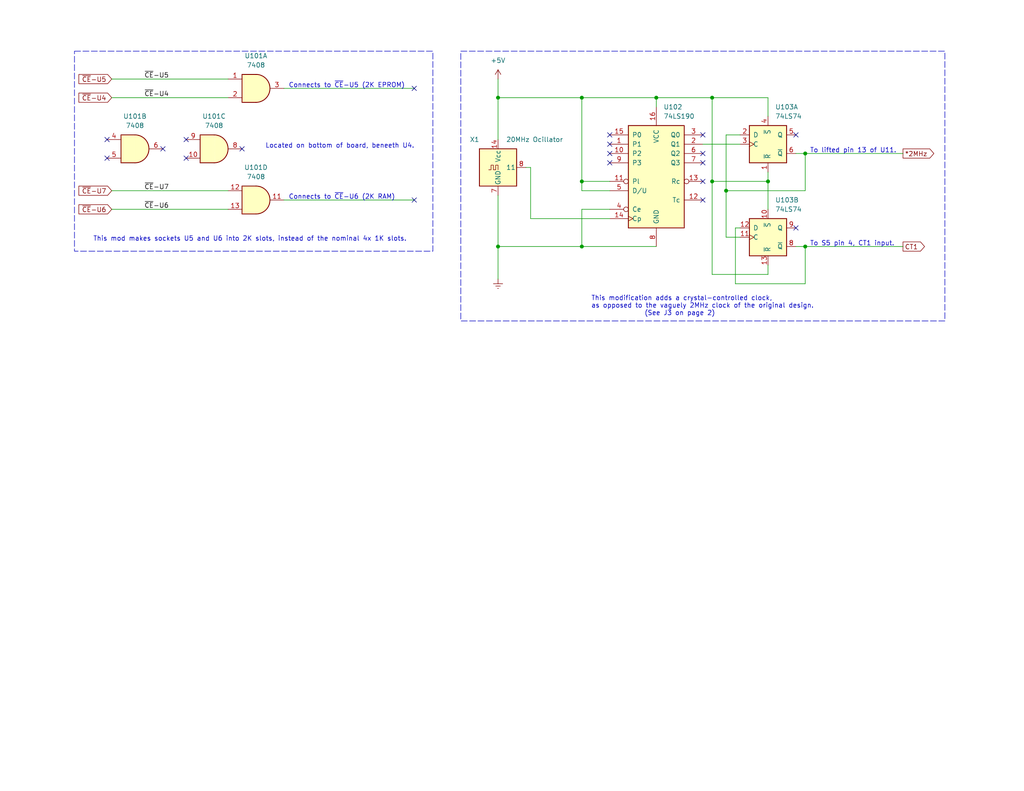
<source format=kicad_sch>
(kicad_sch (version 20230121) (generator eeschema)
  (paper "A")
  (title_block (title "Edu-80 Z80 Trainer") (date "2023-06-05") (rev "0.1") (company "Strangers") (comment 4 "Author: James D. Tucker"))
  (lib_symbols
    (symbol "74xx:74LS190" (pin_names (offset 1.016))
      (property "Reference" "U" (at -7.62 13.97 0))
      (property "Value" "74LS190" (at -7.62 -16.51 0))
      (symbol "74LS190_1_0"
        (pin input line (at -12.7 7.62 0) (length 5.08) (name "P1") (number "1"))
        (pin input line (at -12.7 5.08 0) (length 5.08) (name "P2") (number "10"))
        (pin input inverted (at -12.7 -2.54 0) (length 5.08) (name "Pl") (number "11"))
        (pin output line (at 12.7 -7.62 180) (length 5.08) (name "Tc") (number "12"))
        (pin output inverted (at 12.7 -2.54 180) (length 5.08) (name "Rc") (number "13"))
        (pin input clock (at -12.7 -12.7 0) (length 5.08) (name "Cp") (number "14"))
        (pin input line (at -12.7 10.16 0) (length 5.08) (name "P0") (number "15"))
        (pin power_in line (at 0 17.78 270) (length 5.08) (name "VCC") (number "16"))
        (pin output line (at 12.7 7.62 180) (length 5.08) (name "Q1") (number "2"))
        (pin output line (at 12.7 10.16 180) (length 5.08) (name "Q0") (number "3"))
        (pin input inverted (at -12.7 -10.16 0) (length 5.08) (name "Ce") (number "4"))
        (pin input line (at -12.7 -5.08 0) (length 5.08) (name "D/U") (number "5"))
        (pin output line (at 12.7 5.08 180) (length 5.08) (name "Q2") (number "6"))
        (pin output line (at 12.7 2.54 180) (length 5.08) (name "Q3") (number "7"))
        (pin power_in line (at 0 -20.32 90) (length 5.08) (name "GND") (number "8"))
        (pin input line (at -12.7 2.54 0) (length 5.08) (name "P3") (number "9"))
      )
      (symbol "74LS190_1_1"
        (rectangle (start -7.62 12.7) (end 7.62 -15.24) (stroke (width 0.254)) (fill (type background)))
      )
    )
    (symbol "74xx:74LS74" (pin_names (offset 1.016))
      (property "Reference" "U" (at -7.62 8.89 0))
      (property "Value" "74LS74" (at -7.62 -8.89 0))
      (symbol "74LS74_1_0"
        (pin input line (at 0 -7.62 90) (length 2.54) (name "~{R}") (number "1"))
        (pin input line (at -7.62 2.54 0) (length 2.54) (name "D") (number "2"))
        (pin input clock (at -7.62 0 0) (length 2.54) (name "C") (number "3"))
        (pin input line (at 0 7.62 270) (length 2.54) (name "~{S}") (number "4"))
        (pin output line (at 7.62 2.54 180) (length 2.54) (name "Q") (number "5"))
        (pin output line (at 7.62 -2.54 180) (length 2.54) (name "~{Q}") (number "6"))
      )
      (symbol "74LS74_1_1"
        (rectangle (start -5.08 5.08) (end 5.08 -5.08) (stroke (width 0.254)) (fill (type background)))
      )
      (symbol "74LS74_2_0"
        (pin input line (at 0 7.62 270) (length 2.54) (name "~{S}") (number "10"))
        (pin input clock (at -7.62 0 0) (length 2.54) (name "C") (number "11"))
        (pin input line (at -7.62 2.54 0) (length 2.54) (name "D") (number "12"))
        (pin input line (at 0 -7.62 90) (length 2.54) (name "~{R}") (number "13"))
        (pin output line (at 7.62 -2.54 180) (length 2.54) (name "~{Q}") (number "8"))
        (pin output line (at 7.62 2.54 180) (length 2.54) (name "Q") (number "9"))
      )
      (symbol "74LS74_2_1"
        (rectangle (start -5.08 5.08) (end 5.08 -5.08) (stroke (width 0.254)) (fill (type background)))
      )
      (symbol "74LS74_3_0"
        (pin power_in line (at 0 10.16 270) (length 2.54) (name "VCC") (number "14"))
        (pin power_in line (at 0 -10.16 90) (length 2.54) (name "GND") (number "7"))
      )
      (symbol "74LS74_3_1"
        (rectangle (start -5.08 7.62) (end 5.08 -7.62) (stroke (width 0.254)) (fill (type background)))
      )
    )
    (symbol "Edu-80_Symbols:20MHz Ocillator" (pin_names (offset 0.254))
      (property "Reference" "X" (at -5.08 6.35 0))
      (property "Value" "20MHz Ocillator" (at 1.27 -6.35 0))
      (symbol "20MHz Ocillator_0_1"
        (rectangle (start -5.08 5.08) (end 5.08 -5.08) (stroke (width 0.254)) (fill (type background)))
        (polyline (pts (xy -2.54 -0.635) (xy -1.905 -0.635) (xy -1.905 0.635) (xy -1.27 0.635) (xy -1.27 -0.635) (xy -0.635 -0.635) (xy -0.635 0.635) (xy 0 0.635) (xy 0 -0.635)))
      )
      (symbol "20MHz Ocillator_1_1"
        (pin no_connect line (at -5.08 2.54 0) (length 2.54) hide (name "NC") (number "1"))
        (pin power_in line (at 0 7.62 270) (length 2.54) (name "Vcc") (number "14"))
        (pin power_in line (at 0 -7.62 90) (length 2.54) (name "GND") (number "7"))
        (pin output line (at 7.62 0 180) (length 2.54) (name "11") (number "8"))
      )
    )
    (symbol "Edu-80_Symbols:7408" (pin_names (offset 1.016))
      (property "Reference" "U" (at 0 1.27 0))
      (property "Value" "7408" (at 0 -1.27 0))
      (symbol "7408_1_1"
        (arc (start 0 -3.81) (mid 3.7934 0) (end 0 3.81) (stroke (width 0.254)) (fill (type background)))
        (polyline (pts (xy 0 3.81) (xy -3.81 3.81) (xy -3.81 -3.81) (xy 0 -3.81)) (stroke (width 0.254)) (fill (type background)))
        (pin input line (at -7.62 2.54 0) (length 3.81) (name "~") (number "1"))
        (pin input line (at -7.62 -2.54 0) (length 3.81) (name "~") (number "2"))
        (pin output line (at 7.62 0 180) (length 3.81) (name "~") (number "3"))
      )
      (symbol "7408_1_2"
        (arc (start -3.81 -3.81) (mid -2.589 0) (end -3.81 3.81) (stroke (width 0.254)))
        (arc (start -0.6096 -3.81) (mid 2.1842 -2.5851) (end 3.81 0) (stroke (width 0.254)) (fill (type background)))
        (polyline (pts (xy -3.81 -3.81) (xy -0.635 -3.81)) (stroke (width 0.254)) (fill (type background)))
        (polyline (pts (xy -3.81 3.81) (xy -0.635 3.81)) (stroke (width 0.254)) (fill (type background)))
        (polyline (pts (xy -0.635 3.81) (xy -3.81 3.81) (xy -3.81 3.81) (xy -3.556 3.4036) (xy -3.0226 2.2606) (xy -2.6924 1.0414) (xy -2.6162 -0.254) (xy -2.7686 -1.4986) (xy -3.175 -2.7178) (xy -3.81 -3.81) (xy -3.81 -3.81) (xy -0.635 -3.81)) (stroke (width -25.4)) (fill (type background)))
        (arc (start 3.81 0) (mid 2.1915 2.5936) (end -0.6096 3.81) (stroke (width 0.254)) (fill (type background)))
        (pin input inverted (at -7.62 2.54 0) (length 4.318) (name "~") (number "1"))
        (pin input inverted (at -7.62 -2.54 0) (length 4.318) (name "~") (number "2"))
        (pin output line (at 7.62 0 180) (length 3.81) (name "~") (number "3"))
      )
      (symbol "7408_2_1"
        (arc (start 0 -3.81) (mid 3.7934 0) (end 0 3.81) (stroke (width 0.254)) (fill (type background)))
        (polyline (pts (xy 0 3.81) (xy -3.81 3.81) (xy -3.81 -3.81) (xy 0 -3.81)) (stroke (width 0.254)) (fill (type background)))
        (pin input line (at -7.62 2.54 0) (length 3.81) (name "~") (number "4"))
        (pin input line (at -7.62 -2.54 0) (length 3.81) (name "~") (number "5"))
        (pin output line (at 7.62 0 180) (length 3.81) (name "~") (number "6"))
      )
      (symbol "7408_2_2"
        (arc (start -3.81 -3.81) (mid -2.589 0) (end -3.81 3.81) (stroke (width 0.254)))
        (arc (start -0.6096 -3.81) (mid 2.1842 -2.5851) (end 3.81 0) (stroke (width 0.254)) (fill (type background)))
        (polyline (pts (xy -3.81 -3.81) (xy -0.635 -3.81)) (stroke (width 0.254)) (fill (type background)))
        (polyline (pts (xy -3.81 3.81) (xy -0.635 3.81)) (stroke (width 0.254)) (fill (type background)))
        (polyline (pts (xy -0.635 3.81) (xy -3.81 3.81) (xy -3.81 3.81) (xy -3.556 3.4036) (xy -3.0226 2.2606) (xy -2.6924 1.0414) (xy -2.6162 -0.254) (xy -2.7686 -1.4986) (xy -3.175 -2.7178) (xy -3.81 -3.81) (xy -3.81 -3.81) (xy -0.635 -3.81)) (stroke (width -25.4)) (fill (type background)))
        (arc (start 3.81 0) (mid 2.1915 2.5936) (end -0.6096 3.81) (stroke (width 0.254)) (fill (type background)))
        (pin input inverted (at -7.62 2.54 0) (length 4.318) (name "~") (number "4"))
        (pin input inverted (at -7.62 -2.54 0) (length 4.318) (name "~") (number "5"))
        (pin output line (at 7.62 0 180) (length 3.81) (name "~") (number "6"))
      )
      (symbol "7408_3_1"
        (arc (start 0 -3.81) (mid 3.7934 0) (end 0 3.81) (stroke (width 0.254)) (fill (type background)))
        (polyline (pts (xy 0 3.81) (xy -3.81 3.81) (xy -3.81 -3.81) (xy 0 -3.81)) (stroke (width 0.254)) (fill (type background)))
        (pin input line (at -7.62 -2.54 0) (length 3.81) (name "~") (number "10"))
        (pin output line (at 7.62 0 180) (length 3.81) (name "~") (number "8"))
        (pin input line (at -7.62 2.54 0) (length 3.81) (name "~") (number "9"))
      )
      (symbol "7408_3_2"
        (arc (start -3.81 -3.81) (mid -2.589 0) (end -3.81 3.81) (stroke (width 0.254)))
        (arc (start -0.6096 -3.81) (mid 2.1842 -2.5851) (end 3.81 0) (stroke (width 0.254)) (fill (type background)))
        (polyline (pts (xy -3.81 -3.81) (xy -0.635 -3.81)) (stroke (width 0.254)) (fill (type background)))
        (polyline (pts (xy -3.81 3.81) (xy -0.635 3.81)) (stroke (width 0.254)) (fill (type background)))
        (polyline (pts (xy -0.635 3.81) (xy -3.81 3.81) (xy -3.81 3.81) (xy -3.556 3.4036) (xy -3.0226 2.2606) (xy -2.6924 1.0414) (xy -2.6162 -0.254) (xy -2.7686 -1.4986) (xy -3.175 -2.7178) (xy -3.81 -3.81) (xy -3.81 -3.81) (xy -0.635 -3.81)) (stroke (width -25.4)) (fill (type background)))
        (arc (start 3.81 0) (mid 2.1915 2.5936) (end -0.6096 3.81) (stroke (width 0.254)) (fill (type background)))
        (pin input inverted (at -7.62 -2.54 0) (length 4.318) (name "~") (number "10"))
        (pin output line (at 7.62 0 180) (length 3.81) (name "~") (number "8"))
        (pin input inverted (at -7.62 2.54 0) (length 4.318) (name "~") (number "9"))
      )
      (symbol "7408_4_1"
        (arc (start 0 -3.81) (mid 3.7934 0) (end 0 3.81) (stroke (width 0.254)) (fill (type background)))
        (polyline (pts (xy 0 3.81) (xy -3.81 3.81) (xy -3.81 -3.81) (xy 0 -3.81)) (stroke (width 0.254)) (fill (type background)))
        (pin output line (at 7.62 0 180) (length 3.81) (name "~") (number "11"))
        (pin input line (at -7.62 2.54 0) (length 3.81) (name "~") (number "12"))
        (pin input line (at -7.62 -2.54 0) (length 3.81) (name "~") (number "13"))
      )
      (symbol "7408_4_2"
        (arc (start -3.81 -3.81) (mid -2.589 0) (end -3.81 3.81) (stroke (width 0.254)))
        (arc (start -0.6096 -3.81) (mid 2.1842 -2.5851) (end 3.81 0) (stroke (width 0.254)) (fill (type background)))
        (polyline (pts (xy -3.81 -3.81) (xy -0.635 -3.81)) (stroke (width 0.254)) (fill (type background)))
        (polyline (pts (xy -3.81 3.81) (xy -0.635 3.81)) (stroke (width 0.254)) (fill (type background)))
        (polyline (pts (xy -0.635 3.81) (xy -3.81 3.81) (xy -3.81 3.81) (xy -3.556 3.4036) (xy -3.0226 2.2606) (xy -2.6924 1.0414) (xy -2.6162 -0.254) (xy -2.7686 -1.4986) (xy -3.175 -2.7178) (xy -3.81 -3.81) (xy -3.81 -3.81) (xy -0.635 -3.81)) (stroke (width -25.4)) (fill (type background)))
        (arc (start 3.81 0) (mid 2.1915 2.5936) (end -0.6096 3.81) (stroke (width 0.254)) (fill (type background)))
        (pin output line (at 7.62 0 180) (length 3.81) (name "~") (number "11"))
        (pin input inverted (at -7.62 2.54 0) (length 4.318) (name "~") (number "12"))
        (pin input inverted (at -7.62 -2.54 0) (length 4.318) (name "~") (number "13"))
      )
      (symbol "7408_5_0"
        (pin power_in line (at 0 12.7 270) (length 5.08) (name "VCC") (number "14"))
        (pin power_in line (at 0 -12.7 90) (length 5.08) (name "GND") (number "7"))
      )
      (symbol "7408_5_1"
        (rectangle (start -5.08 7.62) (end 5.08 -7.62) (stroke (width 0.254)) (fill (type background)))
      )
    )
    (symbol "power:+5V" (power) (pin_names (offset 0))
      (property "Value" "+5V" (at 0 3.556 0))
      (symbol "+5V_0_1"
        (polyline (pts (xy -0.762 1.27) (xy 0 2.54)))
        (polyline (pts (xy 0 0) (xy 0 2.54)))
        (polyline (pts (xy 0 2.54) (xy 0.762 1.27)))
      )
      (symbol "+5V_1_1"
        (pin power_in line (at 0 0 90) (length 0) hide (name "+5V") (number "1"))
      )
    )
    (symbol "power:Earth" (power) (pin_names (offset 0))
      (symbol "Earth_0_1"
        (polyline (pts (xy -0.635 -1.905) (xy 0.635 -1.905)))
        (polyline (pts (xy -0.127 -2.54) (xy 0.127 -2.54)))
        (polyline (pts (xy 0 -1.27) (xy 0 0)))
        (polyline (pts (xy 1.27 -1.27) (xy -1.27 -1.27)))
      )
      (symbol "Earth_1_1"
        (pin power_in line (at 0 0 270) (length 0) hide (name "Earth") (number "1"))
      )
    )
  )
  (junction (at 194.31 49.53))
  (junction (at 194.31 26.67))
  (junction (at 209.55 49.53))
  (junction (at 219.71 67.31))
  (junction (at 198.12 52.07))
  (junction (at 135.89 67.31))
  (junction (at 158.75 26.67))
  (junction (at 158.75 67.31))
  (junction (at 158.75 49.53))
  (junction (at 135.89 26.67))
  (junction (at 179.07 26.67))
  (junction (at 219.71 41.91))
  (no_connect (at 191.77 41.91))
  (no_connect (at 113.03 54.61))
  (no_connect (at 191.77 44.45))
  (no_connect (at 191.77 49.53))
  (no_connect (at 166.37 39.37))
  (no_connect (at 166.37 36.83))
  (no_connect (at 166.37 41.91))
  (no_connect (at 217.17 36.83))
  (no_connect (at 191.77 36.83))
  (no_connect (at 217.17 62.23))
  (no_connect (at 44.45 40.64))
  (no_connect (at 191.77 54.61))
  (no_connect (at 50.8 43.18))
  (no_connect (at 66.04 40.64))
  (no_connect (at 166.37 44.45))
  (no_connect (at 29.21 43.18))
  (no_connect (at 113.03 24.13))
  (no_connect (at 29.21 38.1))
  (no_connect (at 50.8 38.1))
  (wire (pts (xy 201.93 36.83) (xy 198.12 36.83)))
  (wire (pts (xy 219.71 77.47) (xy 219.71 67.31)))
  (wire (pts (xy 194.31 49.53) (xy 209.55 49.53)))
  (wire (pts (xy 135.89 21.59) (xy 135.89 26.67)))
  (wire (pts (xy 201.93 62.23) (xy 200.66 62.23)))
  (wire (pts (xy 77.47 54.61) (xy 113.03 54.61)))
  (wire (pts (xy 219.71 41.91) (xy 246.38 41.91)))
  (wire (pts (xy 217.17 67.31) (xy 219.71 67.31)))
  (wire (pts (xy 219.71 52.07) (xy 219.71 41.91)))
  (wire (pts (xy 135.89 53.34) (xy 135.89 67.31)))
  (wire (pts (xy 201.93 64.77) (xy 198.12 64.77)))
  (wire (pts (xy 179.07 26.67) (xy 179.07 29.21)))
  (wire (pts (xy 158.75 26.67) (xy 179.07 26.67)))
  (wire (pts (xy 166.37 52.07) (xy 158.75 52.07)))
  (wire (pts (xy 166.37 57.15) (xy 158.75 57.15)))
  (wire (pts (xy 30.48 52.07) (xy 62.23 52.07)))
  (wire (pts (xy 198.12 52.07) (xy 219.71 52.07)))
  (wire (pts (xy 30.48 21.59) (xy 62.23 21.59)))
  (wire (pts (xy 30.48 26.67) (xy 62.23 26.67)))
  (wire (pts (xy 135.89 26.67) (xy 158.75 26.67)))
  (wire (pts (xy 200.66 62.23) (xy 200.66 77.47)))
  (wire (pts (xy 77.47 24.13) (xy 113.03 24.13)))
  (wire (pts (xy 200.66 77.47) (xy 219.71 77.47)))
  (wire (pts (xy 219.71 67.31) (xy 246.38 67.31)))
  (wire (pts (xy 144.78 45.72) (xy 144.78 59.69)))
  (wire (pts (xy 194.31 74.93) (xy 209.55 74.93)))
  (wire (pts (xy 135.89 67.31) (xy 158.75 67.31)))
  (wire (pts (xy 158.75 26.67) (xy 158.75 49.53)))
  (wire (pts (xy 194.31 49.53) (xy 194.31 74.93)))
  (wire (pts (xy 30.48 57.15) (xy 62.23 57.15)))
  (wire (pts (xy 158.75 57.15) (xy 158.75 67.31)))
  (wire (pts (xy 209.55 46.99) (xy 209.55 49.53)))
  (wire (pts (xy 158.75 67.31) (xy 179.07 67.31)))
  (wire (pts (xy 135.89 67.31) (xy 135.89 76.2)))
  (wire (pts (xy 158.75 49.53) (xy 158.75 52.07)))
  (wire (pts (xy 209.55 49.53) (xy 209.55 57.15)))
  (wire (pts (xy 194.31 26.67) (xy 194.31 49.53)))
  (wire (pts (xy 144.78 59.69) (xy 166.37 59.69)))
  (wire (pts (xy 158.75 49.53) (xy 166.37 49.53)))
  (wire (pts (xy 179.07 26.67) (xy 194.31 26.67)))
  (wire (pts (xy 198.12 36.83) (xy 198.12 52.07)))
  (wire (pts (xy 209.55 26.67) (xy 209.55 31.75)))
  (wire (pts (xy 219.71 41.91) (xy 217.17 41.91)))
  (wire (pts (xy 194.31 26.67) (xy 209.55 26.67)))
  (wire (pts (xy 198.12 64.77) (xy 198.12 52.07)))
  (wire (pts (xy 143.51 45.72) (xy 144.78 45.72)))
  (wire (pts (xy 191.77 39.37) (xy 201.93 39.37)))
  (wire (pts (xy 135.89 26.67) (xy 135.89 38.1)))
  (wire (pts (xy 209.55 72.39) (xy 209.55 74.93)))
  (rectangle (start 20.32 13.97) (end 118.11 68.58) (stroke (width 0) (type dash)))
  (rectangle (start 125.73 13.97) (end 257.81 87.63) (stroke (width 0) (type dash)))
  (text "This mod makes sockets U5 and U6 into 2K slots, instead of the nominal 4x 1K slots." (at 25.4 66.04 0) (effects (font (size 1.27 1.27)) (justify left bottom)))
  (text "To lifted pin 13 of U11." (at 220.98 41.91 0) (effects (font (size 1.27 1.27)) (justify left bottom)))
  (text "This modification adds a crystal-controlled clock, \nas opposed to the vaguely 2MHz clock of the original design.\n               (See J3 on page 2)   " (at 161.29 86.36 0) (effects (font (size 1.27 1.27)) (justify left bottom)))
  (text "Connects to ~{CE}-U6 (2K RAM)" (at 78.74 54.61 0) (effects (font (size 1.27 1.27)) (justify left bottom)))
  (text "To S5 pin 4, CT1 input." (at 220.98 67.31 0) (effects (font (size 1.27 1.27)) (justify left bottom)))
  (text "Connects to ~{CE}-U5 (2K EPROM)" (at 78.74 24.13 0) (effects (font (size 1.27 1.27)) (justify left bottom)))
  (text "Located on bottom of board, beneeth U4." (at 72.39 40.64 0) (effects (font (size 1.27 1.27)) (justify left bottom)))
  (label "~{CE}-U5" (at 39.37 21.59 0))
  (label "~{CE}-U4" (at 39.37 26.67 0))
  (label "~{CE}-U6" (at 39.37 57.15 0))
  (label "~{CE}-U7" (at 39.37 52.07 0))
  (global_label "~{CE}-U7" (shape input) (at 30.48 52.07 180) (property "Intersheetrefs" "${INTERSHEET_REFS}" (effects hide)))
  (global_label "~{CE}-U5" (shape input) (at 30.48 21.59 180) (property "Intersheetrefs" "${INTERSHEET_REFS}" (effects hide)))
  (global_label "CT1" (shape output) (at 246.38 67.31 0) (property "Intersheetrefs" "${INTERSHEET_REFS}" (effects hide)))
  (global_label "*2MHz" (shape output) (at 246.38 41.91 0) (property "Intersheetrefs" "${INTERSHEET_REFS}" (effects hide)))
  (global_label "~{CE}-U6" (shape input) (at 30.48 57.15 180) (property "Intersheetrefs" "${INTERSHEET_REFS}" (effects hide)))
  (global_label "~{CE}-U4" (shape input) (at 30.48 26.67 180) (property "Intersheetrefs" "${INTERSHEET_REFS}" (effects hide)))
  (symbol (lib_id "Edu-80_Symbols:7408") (at 69.85 24.13 0) (unit 1)
    (property "Reference" "U101" (at 69.8417 15.24 0))
    (property "Value" "7408" (at 69.8417 17.78 0))
    (property "Footprint" "Package_DIP:DIP-14_W7.62mm" (effects hide))
    (property "Datasheet" "http://www.ti.com/lit/gpn/sn7408" (effects hide))
  )
  (symbol (lib_id "Edu-80_Symbols:7408") (at 69.85 54.61 0) (unit 4)
    (property "Reference" "U101" (at 69.8417 45.72 0))
    (property "Value" "7408" (at 69.8417 48.26 0))
    (property "Footprint" "Package_DIP:DIP-14_W7.62mm" (effects hide))
    (property "Datasheet" "http://www.ti.com/lit/gpn/sn7408" (effects hide))
  )
  (symbol (lib_id "Edu-80_Symbols:7408") (at 36.83 40.64 0) (unit 2)
    (property "Reference" "U101" (at 36.8217 31.75 0))
    (property "Value" "7408" (at 36.8217 34.29 0))
    (property "Footprint" "Package_DIP:DIP-14_W7.62mm" (effects hide))
    (property "Datasheet" "http://www.ti.com/lit/gpn/sn7408" (effects hide))
  )
  (symbol (lib_id "Edu-80_Symbols:20MHz Ocillator") (at 135.89 45.72 0) (unit 1)
    (property "Reference" "X1" (at 130.81 38.1 0) (effects (justify right)))
    (property "Value" "20MHz Ocillator" (at 153.67 38.1 0) (effects (justify right)))
    (property "Footprint" "Oscillator:Oscillator_DIP-14" (effects hide))
  )
  (symbol (lib_id "74xx:74LS74") (at 209.55 39.37 0) (unit 1)
    (property "Reference" "U103" (at 211.5059 29.21 0) (effects (justify left)))
    (property "Value" "74LS74" (at 211.5059 31.75 0) (effects (justify left)))
    (property "Datasheet" "74xx/74hc_hct74.pdf" (effects hide))
  )
  (symbol (lib_id "Edu-80_Symbols:7408") (at 58.42 40.64 0) (unit 3)
    (property "Reference" "U101" (at 58.4117 31.75 0))
    (property "Value" "7408" (at 58.4117 34.29 0))
    (property "Footprint" "Package_DIP:DIP-14_W7.62mm" (effects hide))
    (property "Datasheet" "http://www.ti.com/lit/gpn/sn7408" (effects hide))
  )
  (symbol (lib_id "74xx:74LS190") (at 179.07 46.99 0) (unit 1)
    (property "Reference" "U102" (at 181.0259 29.21 0) (effects (justify left)))
    (property "Value" "74LS190" (at 181.0259 31.75 0) (effects (justify left)))
    (property "Datasheet" "http://www.ti.com/lit/gpn/sn74LS190" (effects hide))
  )
  (symbol (lib_id "power:Earth") (at 135.89 76.2 0) (unit 1)
    (property "Reference" "#PWR014" (effects hide))
    (property "Value" "Earth" (effects hide))
  )
  (symbol (lib_id "power:+5V") (at 135.89 21.59 0) (unit 1)
    (property "Reference" "#PWR07" (effects hide))
    (property "Value" "+5V" (at 135.89 16.51 0))
  )
  (symbol (lib_id "74xx:74LS74") (at 209.55 64.77 0) (unit 2)
    (property "Reference" "U103" (at 211.5059 54.61 0) (effects (justify left)))
    (property "Value" "74LS74" (at 211.5059 57.15 0) (effects (justify left)))
    (property "Datasheet" "74xx/74hc_hct74.pdf" (effects hide))
  )
)
</source>
